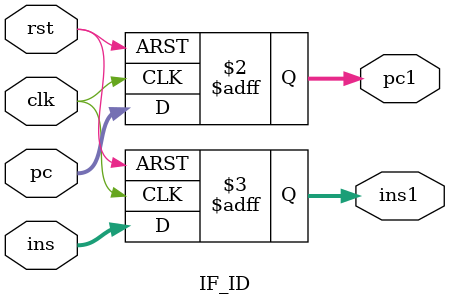
<source format=v>
module IF_ID(pc1, ins1, clk, rst, pc, ins); 
  output reg [31:0] pc1; 
  output reg [31:0] ins1; 
  input clk, rst; 
  input [31:0] pc; 
  input [31:0] ins; 

  always@(posedge clk, posedge rst)
  begin
    if(rst)
    begin
      pc1 <= 0; 
      ins1 <= 0; 
    end
    else if(clk)
    begin
      pc1 <= pc; 
      ins1 <= ins; 
    end
  end

endmodule

</source>
